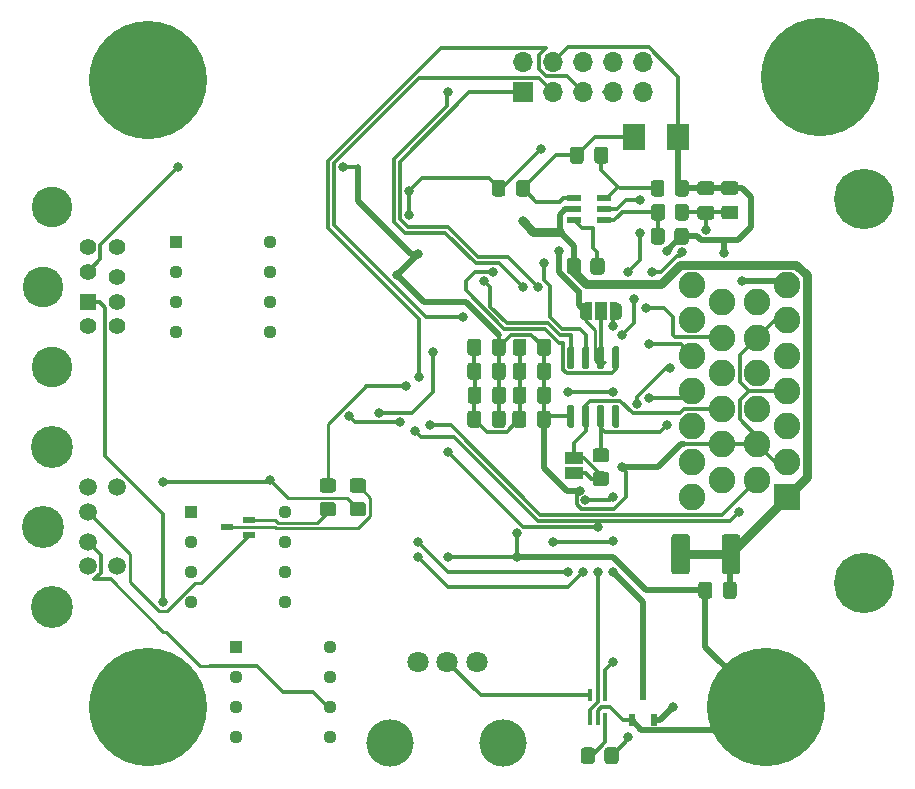
<source format=gbl>
%TF.GenerationSoftware,KiCad,Pcbnew,(5.1.10)-1*%
%TF.CreationDate,2022-05-04T21:28:41+02:00*%
%TF.ProjectId,telemetria tyl,74656c65-6d65-4747-9269-612074796c2e,rev?*%
%TF.SameCoordinates,Original*%
%TF.FileFunction,Copper,L2,Bot*%
%TF.FilePolarity,Positive*%
%FSLAX46Y46*%
G04 Gerber Fmt 4.6, Leading zero omitted, Abs format (unit mm)*
G04 Created by KiCad (PCBNEW (5.1.10)-1) date 2022-05-04 21:28:41*
%MOMM*%
%LPD*%
G01*
G04 APERTURE LIST*
%TA.AperFunction,ComponentPad*%
%ADD10C,1.800000*%
%TD*%
%TA.AperFunction,ComponentPad*%
%ADD11C,4.000000*%
%TD*%
%TA.AperFunction,ComponentPad*%
%ADD12C,1.509000*%
%TD*%
%TA.AperFunction,ComponentPad*%
%ADD13C,3.555000*%
%TD*%
%TA.AperFunction,ComponentPad*%
%ADD14C,0.900000*%
%TD*%
%TA.AperFunction,ComponentPad*%
%ADD15C,10.000000*%
%TD*%
%TA.AperFunction,ComponentPad*%
%ADD16R,2.250000X2.250000*%
%TD*%
%TA.AperFunction,ComponentPad*%
%ADD17C,2.250000*%
%TD*%
%TA.AperFunction,ComponentPad*%
%ADD18C,5.100000*%
%TD*%
%TA.AperFunction,SMDPad,CuDef*%
%ADD19C,0.100000*%
%TD*%
%TA.AperFunction,SMDPad,CuDef*%
%ADD20R,1.000000X1.500000*%
%TD*%
%TA.AperFunction,SMDPad,CuDef*%
%ADD21R,1.500000X1.000000*%
%TD*%
%TA.AperFunction,SMDPad,CuDef*%
%ADD22R,1.854500X2.286000*%
%TD*%
%TA.AperFunction,SMDPad,CuDef*%
%ADD23R,1.000000X0.550000*%
%TD*%
%TA.AperFunction,ComponentPad*%
%ADD24R,1.130000X1.130000*%
%TD*%
%TA.AperFunction,ComponentPad*%
%ADD25C,1.130000*%
%TD*%
%TA.AperFunction,ComponentPad*%
%ADD26R,1.700000X1.700000*%
%TD*%
%TA.AperFunction,ComponentPad*%
%ADD27O,1.700000X1.700000*%
%TD*%
%TA.AperFunction,ComponentPad*%
%ADD28R,1.390000X1.390000*%
%TD*%
%TA.AperFunction,ComponentPad*%
%ADD29C,1.390000*%
%TD*%
%TA.AperFunction,ComponentPad*%
%ADD30C,3.440000*%
%TD*%
%TA.AperFunction,SMDPad,CuDef*%
%ADD31R,1.200000X0.600000*%
%TD*%
%TA.AperFunction,SMDPad,CuDef*%
%ADD32R,0.400000X1.050000*%
%TD*%
%TA.AperFunction,SMDPad,CuDef*%
%ADD33R,0.600000X1.050000*%
%TD*%
%TA.AperFunction,ViaPad*%
%ADD34C,0.800000*%
%TD*%
%TA.AperFunction,Conductor*%
%ADD35C,0.300000*%
%TD*%
%TA.AperFunction,Conductor*%
%ADD36C,0.500000*%
%TD*%
%TA.AperFunction,Conductor*%
%ADD37C,0.250000*%
%TD*%
%TA.AperFunction,Conductor*%
%ADD38C,0.750000*%
%TD*%
G04 APERTURE END LIST*
D10*
%TO.P,RV1,3*%
%TO.N,+5V*%
X63420000Y-74930000D03*
%TO.P,RV1,2*%
%TO.N,Net-(IC4-Pad4)*%
X60920000Y-74930000D03*
%TO.P,RV1,1*%
%TO.N,GND*%
X58420000Y-74930000D03*
D11*
%TO.P,RV1,*%
%TO.N,*%
X65640000Y-81780000D03*
X56070000Y-81780000D03*
%TD*%
D12*
%TO.P,Mini_DIN_OUT1,1*%
%TO.N,V_OUT*%
X30480000Y-64770000D03*
%TO.P,Mini_DIN_OUT1,2*%
%TO.N,GND_SPK*%
X30480000Y-62170000D03*
%TO.P,Mini_DIN_OUT1,3*%
%TO.N,GND_MIC&ANC*%
X30480000Y-66820000D03*
%TO.P,Mini_DIN_OUT1,4*%
%TO.N,SPK+*%
X30480000Y-60120000D03*
%TO.P,Mini_DIN_OUT1,5*%
%TO.N,TX_DATA*%
X32970000Y-66820000D03*
%TO.P,Mini_DIN_OUT1,6*%
%TO.N,Net-(Mini_DIN_OUT1-Pad6)*%
X32970000Y-60120000D03*
D13*
%TO.P,Mini_DIN_OUT1,MH1*%
%TO.N,Net-(Mini_DIN_OUT1-PadMH1)*%
X27480000Y-70230000D03*
%TO.P,Mini_DIN_OUT1,MH2*%
%TO.N,Net-(Mini_DIN_OUT1-PadMH2)*%
X26670000Y-63470000D03*
%TO.P,Mini_DIN_OUT1,MH3*%
%TO.N,Net-(Mini_DIN_OUT1-PadMH3)*%
X27480000Y-56710000D03*
%TD*%
%TO.P,R6,2*%
%TO.N,Net-(PS1-Pad3)*%
%TA.AperFunction,SMDPad,CuDef*%
G36*
G01*
X79340000Y-38411999D02*
X79340000Y-39312001D01*
G75*
G02*
X79090001Y-39562000I-249999J0D01*
G01*
X78389999Y-39562000D01*
G75*
G02*
X78140000Y-39312001I0J249999D01*
G01*
X78140000Y-38411999D01*
G75*
G02*
X78389999Y-38162000I249999J0D01*
G01*
X79090001Y-38162000D01*
G75*
G02*
X79340000Y-38411999I0J-249999D01*
G01*
G37*
%TD.AperFunction*%
%TO.P,R6,1*%
%TO.N,+5V*%
%TA.AperFunction,SMDPad,CuDef*%
G36*
G01*
X81340000Y-38411999D02*
X81340000Y-39312001D01*
G75*
G02*
X81090001Y-39562000I-249999J0D01*
G01*
X80389999Y-39562000D01*
G75*
G02*
X80140000Y-39312001I0J249999D01*
G01*
X80140000Y-38411999D01*
G75*
G02*
X80389999Y-38162000I249999J0D01*
G01*
X81090001Y-38162000D01*
G75*
G02*
X81340000Y-38411999I0J-249999D01*
G01*
G37*
%TD.AperFunction*%
%TD*%
%TO.P,R5,2*%
%TO.N,GND*%
%TA.AperFunction,SMDPad,CuDef*%
G36*
G01*
X80172000Y-37280001D02*
X80172000Y-36379999D01*
G75*
G02*
X80421999Y-36130000I249999J0D01*
G01*
X81122001Y-36130000D01*
G75*
G02*
X81372000Y-36379999I0J-249999D01*
G01*
X81372000Y-37280001D01*
G75*
G02*
X81122001Y-37530000I-249999J0D01*
G01*
X80421999Y-37530000D01*
G75*
G02*
X80172000Y-37280001I0J249999D01*
G01*
G37*
%TD.AperFunction*%
%TO.P,R5,1*%
%TO.N,Net-(PS1-Pad3)*%
%TA.AperFunction,SMDPad,CuDef*%
G36*
G01*
X78172000Y-37280001D02*
X78172000Y-36379999D01*
G75*
G02*
X78421999Y-36130000I249999J0D01*
G01*
X79122001Y-36130000D01*
G75*
G02*
X79372000Y-36379999I0J-249999D01*
G01*
X79372000Y-37280001D01*
G75*
G02*
X79122001Y-37530000I-249999J0D01*
G01*
X78421999Y-37530000D01*
G75*
G02*
X78172000Y-37280001I0J249999D01*
G01*
G37*
%TD.AperFunction*%
%TD*%
%TO.P,R2,2*%
%TO.N,Net-(PS1-Pad4)*%
%TA.AperFunction,SMDPad,CuDef*%
G36*
G01*
X73028000Y-41852001D02*
X73028000Y-40951999D01*
G75*
G02*
X73277999Y-40702000I249999J0D01*
G01*
X73978001Y-40702000D01*
G75*
G02*
X74228000Y-40951999I0J-249999D01*
G01*
X74228000Y-41852001D01*
G75*
G02*
X73978001Y-42102000I-249999J0D01*
G01*
X73277999Y-42102000D01*
G75*
G02*
X73028000Y-41852001I0J249999D01*
G01*
G37*
%TD.AperFunction*%
%TO.P,R2,1*%
%TO.N,+12V*%
%TA.AperFunction,SMDPad,CuDef*%
G36*
G01*
X71028000Y-41852001D02*
X71028000Y-40951999D01*
G75*
G02*
X71277999Y-40702000I249999J0D01*
G01*
X71978001Y-40702000D01*
G75*
G02*
X72228000Y-40951999I0J-249999D01*
G01*
X72228000Y-41852001D01*
G75*
G02*
X71978001Y-42102000I-249999J0D01*
G01*
X71277999Y-42102000D01*
G75*
G02*
X71028000Y-41852001I0J249999D01*
G01*
G37*
%TD.AperFunction*%
%TD*%
%TO.P,D4,2*%
%TO.N,+5V*%
%TA.AperFunction,SMDPad,CuDef*%
G36*
G01*
X80206000Y-35248001D02*
X80206000Y-34347999D01*
G75*
G02*
X80455999Y-34098000I249999J0D01*
G01*
X81106001Y-34098000D01*
G75*
G02*
X81356000Y-34347999I0J-249999D01*
G01*
X81356000Y-35248001D01*
G75*
G02*
X81106001Y-35498000I-249999J0D01*
G01*
X80455999Y-35498000D01*
G75*
G02*
X80206000Y-35248001I0J249999D01*
G01*
G37*
%TD.AperFunction*%
%TO.P,D4,1*%
%TO.N,Net-(C3-Pad2)*%
%TA.AperFunction,SMDPad,CuDef*%
G36*
G01*
X78156000Y-35248001D02*
X78156000Y-34347999D01*
G75*
G02*
X78405999Y-34098000I249999J0D01*
G01*
X79056001Y-34098000D01*
G75*
G02*
X79306000Y-34347999I0J-249999D01*
G01*
X79306000Y-35248001D01*
G75*
G02*
X79056001Y-35498000I-249999J0D01*
G01*
X78405999Y-35498000D01*
G75*
G02*
X78156000Y-35248001I0J249999D01*
G01*
G37*
%TD.AperFunction*%
%TD*%
%TO.P,D2,2*%
%TO.N,GND*%
%TA.AperFunction,SMDPad,CuDef*%
G36*
G01*
X65835000Y-34347999D02*
X65835000Y-35248001D01*
G75*
G02*
X65585001Y-35498000I-249999J0D01*
G01*
X64934999Y-35498000D01*
G75*
G02*
X64685000Y-35248001I0J249999D01*
G01*
X64685000Y-34347999D01*
G75*
G02*
X64934999Y-34098000I249999J0D01*
G01*
X65585001Y-34098000D01*
G75*
G02*
X65835000Y-34347999I0J-249999D01*
G01*
G37*
%TD.AperFunction*%
%TO.P,D2,1*%
%TO.N,Net-(C3-Pad1)*%
%TA.AperFunction,SMDPad,CuDef*%
G36*
G01*
X67885000Y-34347999D02*
X67885000Y-35248001D01*
G75*
G02*
X67635001Y-35498000I-249999J0D01*
G01*
X66984999Y-35498000D01*
G75*
G02*
X66735000Y-35248001I0J249999D01*
G01*
X66735000Y-34347999D01*
G75*
G02*
X66984999Y-34098000I249999J0D01*
G01*
X67635001Y-34098000D01*
G75*
G02*
X67885000Y-34347999I0J-249999D01*
G01*
G37*
%TD.AperFunction*%
%TD*%
%TO.P,C6,2*%
%TO.N,GND*%
%TA.AperFunction,SMDPad,CuDef*%
G36*
G01*
X84361000Y-36264000D02*
X85311000Y-36264000D01*
G75*
G02*
X85561000Y-36514000I0J-250000D01*
G01*
X85561000Y-37189000D01*
G75*
G02*
X85311000Y-37439000I-250000J0D01*
G01*
X84361000Y-37439000D01*
G75*
G02*
X84111000Y-37189000I0J250000D01*
G01*
X84111000Y-36514000D01*
G75*
G02*
X84361000Y-36264000I250000J0D01*
G01*
G37*
%TD.AperFunction*%
%TO.P,C6,1*%
%TO.N,+5V*%
%TA.AperFunction,SMDPad,CuDef*%
G36*
G01*
X84361000Y-34189000D02*
X85311000Y-34189000D01*
G75*
G02*
X85561000Y-34439000I0J-250000D01*
G01*
X85561000Y-35114000D01*
G75*
G02*
X85311000Y-35364000I-250000J0D01*
G01*
X84361000Y-35364000D01*
G75*
G02*
X84111000Y-35114000I0J250000D01*
G01*
X84111000Y-34439000D01*
G75*
G02*
X84361000Y-34189000I250000J0D01*
G01*
G37*
%TD.AperFunction*%
%TD*%
%TO.P,C5,2*%
%TO.N,GND*%
%TA.AperFunction,SMDPad,CuDef*%
G36*
G01*
X82329000Y-36285500D02*
X83279000Y-36285500D01*
G75*
G02*
X83529000Y-36535500I0J-250000D01*
G01*
X83529000Y-37210500D01*
G75*
G02*
X83279000Y-37460500I-250000J0D01*
G01*
X82329000Y-37460500D01*
G75*
G02*
X82079000Y-37210500I0J250000D01*
G01*
X82079000Y-36535500D01*
G75*
G02*
X82329000Y-36285500I250000J0D01*
G01*
G37*
%TD.AperFunction*%
%TO.P,C5,1*%
%TO.N,+5V*%
%TA.AperFunction,SMDPad,CuDef*%
G36*
G01*
X82329000Y-34210500D02*
X83279000Y-34210500D01*
G75*
G02*
X83529000Y-34460500I0J-250000D01*
G01*
X83529000Y-35135500D01*
G75*
G02*
X83279000Y-35385500I-250000J0D01*
G01*
X82329000Y-35385500D01*
G75*
G02*
X82079000Y-35135500I0J250000D01*
G01*
X82079000Y-34460500D01*
G75*
G02*
X82329000Y-34210500I250000J0D01*
G01*
G37*
%TD.AperFunction*%
%TD*%
%TO.P,C3,2*%
%TO.N,Net-(C3-Pad2)*%
%TA.AperFunction,SMDPad,CuDef*%
G36*
G01*
X73369500Y-32479000D02*
X73369500Y-31529000D01*
G75*
G02*
X73619500Y-31279000I250000J0D01*
G01*
X74294500Y-31279000D01*
G75*
G02*
X74544500Y-31529000I0J-250000D01*
G01*
X74544500Y-32479000D01*
G75*
G02*
X74294500Y-32729000I-250000J0D01*
G01*
X73619500Y-32729000D01*
G75*
G02*
X73369500Y-32479000I0J250000D01*
G01*
G37*
%TD.AperFunction*%
%TO.P,C3,1*%
%TO.N,Net-(C3-Pad1)*%
%TA.AperFunction,SMDPad,CuDef*%
G36*
G01*
X71294500Y-32479000D02*
X71294500Y-31529000D01*
G75*
G02*
X71544500Y-31279000I250000J0D01*
G01*
X72219500Y-31279000D01*
G75*
G02*
X72469500Y-31529000I0J-250000D01*
G01*
X72469500Y-32479000D01*
G75*
G02*
X72219500Y-32729000I-250000J0D01*
G01*
X71544500Y-32729000D01*
G75*
G02*
X71294500Y-32479000I0J250000D01*
G01*
G37*
%TD.AperFunction*%
%TD*%
%TO.P,C13,2*%
%TO.N,GND*%
%TA.AperFunction,SMDPad,CuDef*%
G36*
G01*
X68522000Y-48735000D02*
X68522000Y-47785000D01*
G75*
G02*
X68772000Y-47535000I250000J0D01*
G01*
X69447000Y-47535000D01*
G75*
G02*
X69697000Y-47785000I0J-250000D01*
G01*
X69697000Y-48735000D01*
G75*
G02*
X69447000Y-48985000I-250000J0D01*
G01*
X68772000Y-48985000D01*
G75*
G02*
X68522000Y-48735000I0J250000D01*
G01*
G37*
%TD.AperFunction*%
%TO.P,C13,1*%
%TO.N,+3V3*%
%TA.AperFunction,SMDPad,CuDef*%
G36*
G01*
X66447000Y-48735000D02*
X66447000Y-47785000D01*
G75*
G02*
X66697000Y-47535000I250000J0D01*
G01*
X67372000Y-47535000D01*
G75*
G02*
X67622000Y-47785000I0J-250000D01*
G01*
X67622000Y-48735000D01*
G75*
G02*
X67372000Y-48985000I-250000J0D01*
G01*
X66697000Y-48985000D01*
G75*
G02*
X66447000Y-48735000I0J250000D01*
G01*
G37*
%TD.AperFunction*%
%TD*%
%TO.P,C14,1*%
%TO.N,+3V3*%
%TA.AperFunction,SMDPad,CuDef*%
G36*
G01*
X66447000Y-50767000D02*
X66447000Y-49817000D01*
G75*
G02*
X66697000Y-49567000I250000J0D01*
G01*
X67372000Y-49567000D01*
G75*
G02*
X67622000Y-49817000I0J-250000D01*
G01*
X67622000Y-50767000D01*
G75*
G02*
X67372000Y-51017000I-250000J0D01*
G01*
X66697000Y-51017000D01*
G75*
G02*
X66447000Y-50767000I0J250000D01*
G01*
G37*
%TD.AperFunction*%
%TO.P,C14,2*%
%TO.N,GND*%
%TA.AperFunction,SMDPad,CuDef*%
G36*
G01*
X68522000Y-50767000D02*
X68522000Y-49817000D01*
G75*
G02*
X68772000Y-49567000I250000J0D01*
G01*
X69447000Y-49567000D01*
G75*
G02*
X69697000Y-49817000I0J-250000D01*
G01*
X69697000Y-50767000D01*
G75*
G02*
X69447000Y-51017000I-250000J0D01*
G01*
X68772000Y-51017000D01*
G75*
G02*
X68522000Y-50767000I0J250000D01*
G01*
G37*
%TD.AperFunction*%
%TD*%
%TO.P,C12,2*%
%TO.N,GND*%
%TA.AperFunction,SMDPad,CuDef*%
G36*
G01*
X83348500Y-68359000D02*
X83348500Y-69309000D01*
G75*
G02*
X83098500Y-69559000I-250000J0D01*
G01*
X82423500Y-69559000D01*
G75*
G02*
X82173500Y-69309000I0J250000D01*
G01*
X82173500Y-68359000D01*
G75*
G02*
X82423500Y-68109000I250000J0D01*
G01*
X83098500Y-68109000D01*
G75*
G02*
X83348500Y-68359000I0J-250000D01*
G01*
G37*
%TD.AperFunction*%
%TO.P,C12,1*%
%TO.N,+12V*%
%TA.AperFunction,SMDPad,CuDef*%
G36*
G01*
X85423500Y-68359000D02*
X85423500Y-69309000D01*
G75*
G02*
X85173500Y-69559000I-250000J0D01*
G01*
X84498500Y-69559000D01*
G75*
G02*
X84248500Y-69309000I0J250000D01*
G01*
X84248500Y-68359000D01*
G75*
G02*
X84498500Y-68109000I250000J0D01*
G01*
X85173500Y-68109000D01*
G75*
G02*
X85423500Y-68359000I0J-250000D01*
G01*
G37*
%TD.AperFunction*%
%TD*%
%TO.P,C15,2*%
%TO.N,GND*%
%TA.AperFunction,SMDPad,CuDef*%
G36*
G01*
X68522000Y-52799000D02*
X68522000Y-51849000D01*
G75*
G02*
X68772000Y-51599000I250000J0D01*
G01*
X69447000Y-51599000D01*
G75*
G02*
X69697000Y-51849000I0J-250000D01*
G01*
X69697000Y-52799000D01*
G75*
G02*
X69447000Y-53049000I-250000J0D01*
G01*
X68772000Y-53049000D01*
G75*
G02*
X68522000Y-52799000I0J250000D01*
G01*
G37*
%TD.AperFunction*%
%TO.P,C15,1*%
%TO.N,+3V3*%
%TA.AperFunction,SMDPad,CuDef*%
G36*
G01*
X66447000Y-52799000D02*
X66447000Y-51849000D01*
G75*
G02*
X66697000Y-51599000I250000J0D01*
G01*
X67372000Y-51599000D01*
G75*
G02*
X67622000Y-51849000I0J-250000D01*
G01*
X67622000Y-52799000D01*
G75*
G02*
X67372000Y-53049000I-250000J0D01*
G01*
X66697000Y-53049000D01*
G75*
G02*
X66447000Y-52799000I0J250000D01*
G01*
G37*
%TD.AperFunction*%
%TD*%
%TO.P,C17,2*%
%TO.N,GND*%
%TA.AperFunction,SMDPad,CuDef*%
G36*
G01*
X64690500Y-48735000D02*
X64690500Y-47785000D01*
G75*
G02*
X64940500Y-47535000I250000J0D01*
G01*
X65615500Y-47535000D01*
G75*
G02*
X65865500Y-47785000I0J-250000D01*
G01*
X65865500Y-48735000D01*
G75*
G02*
X65615500Y-48985000I-250000J0D01*
G01*
X64940500Y-48985000D01*
G75*
G02*
X64690500Y-48735000I0J250000D01*
G01*
G37*
%TD.AperFunction*%
%TO.P,C17,1*%
%TO.N,+3V3*%
%TA.AperFunction,SMDPad,CuDef*%
G36*
G01*
X62615500Y-48735000D02*
X62615500Y-47785000D01*
G75*
G02*
X62865500Y-47535000I250000J0D01*
G01*
X63540500Y-47535000D01*
G75*
G02*
X63790500Y-47785000I0J-250000D01*
G01*
X63790500Y-48735000D01*
G75*
G02*
X63540500Y-48985000I-250000J0D01*
G01*
X62865500Y-48985000D01*
G75*
G02*
X62615500Y-48735000I0J250000D01*
G01*
G37*
%TD.AperFunction*%
%TD*%
D14*
%TO.P,H4,1*%
%TO.N,GND*%
X95107650Y-22748350D03*
X92456000Y-21650000D03*
X89804350Y-22748350D03*
X88706000Y-25400000D03*
X89804350Y-28051650D03*
X92456000Y-29150000D03*
X95107650Y-28051650D03*
X96206000Y-25400000D03*
D15*
X92456000Y-25400000D03*
%TD*%
%TO.P,C20,1*%
%TO.N,+3V3*%
%TA.AperFunction,SMDPad,CuDef*%
G36*
G01*
X62615500Y-54831000D02*
X62615500Y-53881000D01*
G75*
G02*
X62865500Y-53631000I250000J0D01*
G01*
X63540500Y-53631000D01*
G75*
G02*
X63790500Y-53881000I0J-250000D01*
G01*
X63790500Y-54831000D01*
G75*
G02*
X63540500Y-55081000I-250000J0D01*
G01*
X62865500Y-55081000D01*
G75*
G02*
X62615500Y-54831000I0J250000D01*
G01*
G37*
%TD.AperFunction*%
%TO.P,C20,2*%
%TO.N,GND*%
%TA.AperFunction,SMDPad,CuDef*%
G36*
G01*
X64690500Y-54831000D02*
X64690500Y-53881000D01*
G75*
G02*
X64940500Y-53631000I250000J0D01*
G01*
X65615500Y-53631000D01*
G75*
G02*
X65865500Y-53881000I0J-250000D01*
G01*
X65865500Y-54831000D01*
G75*
G02*
X65615500Y-55081000I-250000J0D01*
G01*
X64940500Y-55081000D01*
G75*
G02*
X64690500Y-54831000I0J250000D01*
G01*
G37*
%TD.AperFunction*%
%TD*%
D14*
%TO.P,H2,1*%
%TO.N,GND*%
X38211650Y-23002350D03*
X35560000Y-21904000D03*
X32908350Y-23002350D03*
X31810000Y-25654000D03*
X32908350Y-28305650D03*
X35560000Y-29404000D03*
X38211650Y-28305650D03*
X39310000Y-25654000D03*
D15*
X35560000Y-25654000D03*
%TD*%
%TO.P,R4,2*%
%TO.N,CAN_L1*%
%TA.AperFunction,SMDPad,CuDef*%
G36*
G01*
X74364001Y-58004000D02*
X73463999Y-58004000D01*
G75*
G02*
X73214000Y-57754001I0J249999D01*
G01*
X73214000Y-57053999D01*
G75*
G02*
X73463999Y-56804000I249999J0D01*
G01*
X74364001Y-56804000D01*
G75*
G02*
X74614000Y-57053999I0J-249999D01*
G01*
X74614000Y-57754001D01*
G75*
G02*
X74364001Y-58004000I-249999J0D01*
G01*
G37*
%TD.AperFunction*%
%TO.P,R4,1*%
%TO.N,CAN_H1*%
%TA.AperFunction,SMDPad,CuDef*%
G36*
G01*
X74364001Y-60004000D02*
X73463999Y-60004000D01*
G75*
G02*
X73214000Y-59754001I0J249999D01*
G01*
X73214000Y-59053999D01*
G75*
G02*
X73463999Y-58804000I249999J0D01*
G01*
X74364001Y-58804000D01*
G75*
G02*
X74614000Y-59053999I0J-249999D01*
G01*
X74614000Y-59754001D01*
G75*
G02*
X74364001Y-60004000I-249999J0D01*
G01*
G37*
%TD.AperFunction*%
%TD*%
%TO.P,C18,1*%
%TO.N,+3V3*%
%TA.AperFunction,SMDPad,CuDef*%
G36*
G01*
X62615500Y-50767000D02*
X62615500Y-49817000D01*
G75*
G02*
X62865500Y-49567000I250000J0D01*
G01*
X63540500Y-49567000D01*
G75*
G02*
X63790500Y-49817000I0J-250000D01*
G01*
X63790500Y-50767000D01*
G75*
G02*
X63540500Y-51017000I-250000J0D01*
G01*
X62865500Y-51017000D01*
G75*
G02*
X62615500Y-50767000I0J250000D01*
G01*
G37*
%TD.AperFunction*%
%TO.P,C18,2*%
%TO.N,GND*%
%TA.AperFunction,SMDPad,CuDef*%
G36*
G01*
X64690500Y-50767000D02*
X64690500Y-49817000D01*
G75*
G02*
X64940500Y-49567000I250000J0D01*
G01*
X65615500Y-49567000D01*
G75*
G02*
X65865500Y-49817000I0J-250000D01*
G01*
X65865500Y-50767000D01*
G75*
G02*
X65615500Y-51017000I-250000J0D01*
G01*
X64940500Y-51017000D01*
G75*
G02*
X64690500Y-50767000I0J250000D01*
G01*
G37*
%TD.AperFunction*%
%TD*%
%TO.P,H1,1*%
%TO.N,GND*%
X35560000Y-78740000D03*
D14*
X39310000Y-78740000D03*
X38211650Y-81391650D03*
X35560000Y-82490000D03*
X32908350Y-81391650D03*
X31810000Y-78740000D03*
X32908350Y-76088350D03*
X35560000Y-74990000D03*
X38211650Y-76088350D03*
%TD*%
%TO.P,C16,2*%
%TO.N,GND*%
%TA.AperFunction,SMDPad,CuDef*%
G36*
G01*
X68500500Y-54831000D02*
X68500500Y-53881000D01*
G75*
G02*
X68750500Y-53631000I250000J0D01*
G01*
X69425500Y-53631000D01*
G75*
G02*
X69675500Y-53881000I0J-250000D01*
G01*
X69675500Y-54831000D01*
G75*
G02*
X69425500Y-55081000I-250000J0D01*
G01*
X68750500Y-55081000D01*
G75*
G02*
X68500500Y-54831000I0J250000D01*
G01*
G37*
%TD.AperFunction*%
%TO.P,C16,1*%
%TO.N,+3V3*%
%TA.AperFunction,SMDPad,CuDef*%
G36*
G01*
X66425500Y-54831000D02*
X66425500Y-53881000D01*
G75*
G02*
X66675500Y-53631000I250000J0D01*
G01*
X67350500Y-53631000D01*
G75*
G02*
X67600500Y-53881000I0J-250000D01*
G01*
X67600500Y-54831000D01*
G75*
G02*
X67350500Y-55081000I-250000J0D01*
G01*
X66675500Y-55081000D01*
G75*
G02*
X66425500Y-54831000I0J250000D01*
G01*
G37*
%TD.AperFunction*%
%TD*%
%TO.P,C19,2*%
%TO.N,GND*%
%TA.AperFunction,SMDPad,CuDef*%
G36*
G01*
X64712000Y-52799000D02*
X64712000Y-51849000D01*
G75*
G02*
X64962000Y-51599000I250000J0D01*
G01*
X65637000Y-51599000D01*
G75*
G02*
X65887000Y-51849000I0J-250000D01*
G01*
X65887000Y-52799000D01*
G75*
G02*
X65637000Y-53049000I-250000J0D01*
G01*
X64962000Y-53049000D01*
G75*
G02*
X64712000Y-52799000I0J250000D01*
G01*
G37*
%TD.AperFunction*%
%TO.P,C19,1*%
%TO.N,+3V3*%
%TA.AperFunction,SMDPad,CuDef*%
G36*
G01*
X62637000Y-52799000D02*
X62637000Y-51849000D01*
G75*
G02*
X62887000Y-51599000I250000J0D01*
G01*
X63562000Y-51599000D01*
G75*
G02*
X63812000Y-51849000I0J-250000D01*
G01*
X63812000Y-52799000D01*
G75*
G02*
X63562000Y-53049000I-250000J0D01*
G01*
X62887000Y-53049000D01*
G75*
G02*
X62637000Y-52799000I0J250000D01*
G01*
G37*
%TD.AperFunction*%
%TD*%
%TO.P,FB1,1*%
%TO.N,+12V*%
%TA.AperFunction,SMDPad,CuDef*%
G36*
G01*
X85729000Y-64335999D02*
X85729000Y-67236001D01*
G75*
G02*
X85479001Y-67486000I-249999J0D01*
G01*
X84403999Y-67486000D01*
G75*
G02*
X84154000Y-67236001I0J249999D01*
G01*
X84154000Y-64335999D01*
G75*
G02*
X84403999Y-64086000I249999J0D01*
G01*
X85479001Y-64086000D01*
G75*
G02*
X85729000Y-64335999I0J-249999D01*
G01*
G37*
%TD.AperFunction*%
%TO.P,FB1,2*%
%TA.AperFunction,SMDPad,CuDef*%
G36*
G01*
X81454000Y-64335999D02*
X81454000Y-67236001D01*
G75*
G02*
X81204001Y-67486000I-249999J0D01*
G01*
X80128999Y-67486000D01*
G75*
G02*
X79879000Y-67236001I0J249999D01*
G01*
X79879000Y-64335999D01*
G75*
G02*
X80128999Y-64086000I249999J0D01*
G01*
X81204001Y-64086000D01*
G75*
G02*
X81454000Y-64335999I0J-249999D01*
G01*
G37*
%TD.AperFunction*%
%TD*%
D15*
%TO.P,H3,1*%
%TO.N,GND*%
X87884000Y-78740000D03*
D14*
X91634000Y-78740000D03*
X90535650Y-81391650D03*
X87884000Y-82490000D03*
X85232350Y-81391650D03*
X84134000Y-78740000D03*
X85232350Y-76088350D03*
X87884000Y-74990000D03*
X90535650Y-76088350D03*
%TD*%
D16*
%TO.P,J1,1*%
%TO.N,+12V*%
X89662000Y-60960000D03*
D17*
%TO.P,J1,2*%
%TO.N,GND*%
X89662000Y-57960000D03*
%TO.P,J1,3*%
%TO.N,Net-(J1-Pad3)*%
X89662000Y-54960000D03*
%TO.P,J1,4*%
%TO.N,GND*%
X89662000Y-51960000D03*
%TO.P,J1,5*%
%TO.N,+3V3*%
X89662000Y-48960000D03*
%TO.P,J1,6*%
%TO.N,GND*%
X89662000Y-45960000D03*
%TO.P,J1,7*%
%TO.N,+5V*%
X89662000Y-42960000D03*
%TO.P,J1,8*%
%TO.N,+3V3*%
X87162000Y-44460000D03*
%TO.P,J1,9*%
%TO.N,GND*%
X87162000Y-47460000D03*
%TO.P,J1,10*%
%TO.N,ADC1_IN0_AMORKI*%
X87162000Y-50460000D03*
%TO.P,J1,11*%
%TO.N,+3V3*%
X87162000Y-53460000D03*
%TO.P,J1,12*%
%TO.N,GND*%
X87162000Y-56460000D03*
%TO.P,J1,13*%
%TO.N,ADC2_IN1_AMORKI*%
X87162000Y-59460000D03*
%TO.P,J1,14*%
%TO.N,+3V3*%
X84162000Y-59460000D03*
%TO.P,J1,15*%
%TO.N,GND*%
X84162000Y-56460000D03*
%TO.P,J1,16*%
%TO.N,CAN_H1*%
X84162000Y-53460000D03*
%TO.P,J1,17*%
%TO.N,CAN_L1*%
X84162000Y-50460000D03*
%TO.P,J1,18*%
%TO.N,12C1_SCL*%
X84162000Y-47460000D03*
%TO.P,J1,19*%
%TO.N,I2C1_SDA*%
X84162000Y-44460000D03*
%TO.P,J1,20*%
%TO.N,I2C2_SCL*%
X81662000Y-42960000D03*
%TO.P,J1,21*%
%TO.N,12C2_SDA*%
X81662000Y-45960000D03*
%TO.P,J1,22*%
%TO.N,VSS_IN_1*%
X81662000Y-48960000D03*
%TO.P,J1,23*%
%TO.N,VSS_IN_2*%
X81662000Y-51960000D03*
%TO.P,J1,24*%
%TO.N,BREAK_PRESSURE_0*%
X81662000Y-54960000D03*
%TO.P,J1,25*%
%TO.N,BREAK_PRESSURE_ADC*%
X81662000Y-57960000D03*
%TO.P,J1,26*%
%TO.N,LED_GND*%
X81662000Y-60960000D03*
D18*
%TO.P,J1,MH1*%
%TO.N,N/C*%
X96162000Y-68210000D03*
%TO.P,J1,MH2*%
X96162000Y-35710000D03*
%TD*%
%TA.AperFunction,SMDPad,CuDef*%
D19*
%TO.P,JP1,1*%
%TO.N,+3V3*%
G36*
X74664000Y-44462000D02*
G01*
X75214000Y-44462000D01*
X75214000Y-44462602D01*
X75238534Y-44462602D01*
X75287365Y-44467412D01*
X75335490Y-44476984D01*
X75382445Y-44491228D01*
X75427778Y-44510005D01*
X75471051Y-44533136D01*
X75511850Y-44560396D01*
X75549779Y-44591524D01*
X75584476Y-44626221D01*
X75615604Y-44664150D01*
X75642864Y-44704949D01*
X75665995Y-44748222D01*
X75684772Y-44793555D01*
X75699016Y-44840510D01*
X75708588Y-44888635D01*
X75713398Y-44937466D01*
X75713398Y-44962000D01*
X75714000Y-44962000D01*
X75714000Y-45462000D01*
X75713398Y-45462000D01*
X75713398Y-45486534D01*
X75708588Y-45535365D01*
X75699016Y-45583490D01*
X75684772Y-45630445D01*
X75665995Y-45675778D01*
X75642864Y-45719051D01*
X75615604Y-45759850D01*
X75584476Y-45797779D01*
X75549779Y-45832476D01*
X75511850Y-45863604D01*
X75471051Y-45890864D01*
X75427778Y-45913995D01*
X75382445Y-45932772D01*
X75335490Y-45947016D01*
X75287365Y-45956588D01*
X75238534Y-45961398D01*
X75214000Y-45961398D01*
X75214000Y-45962000D01*
X74664000Y-45962000D01*
X74664000Y-44462000D01*
G37*
%TD.AperFunction*%
%TA.AperFunction,SMDPad,CuDef*%
%TO.P,JP1,3*%
%TO.N,+5V*%
G36*
X72614000Y-45961398D02*
G01*
X72589466Y-45961398D01*
X72540635Y-45956588D01*
X72492510Y-45947016D01*
X72445555Y-45932772D01*
X72400222Y-45913995D01*
X72356949Y-45890864D01*
X72316150Y-45863604D01*
X72278221Y-45832476D01*
X72243524Y-45797779D01*
X72212396Y-45759850D01*
X72185136Y-45719051D01*
X72162005Y-45675778D01*
X72143228Y-45630445D01*
X72128984Y-45583490D01*
X72119412Y-45535365D01*
X72114602Y-45486534D01*
X72114602Y-45462000D01*
X72114000Y-45462000D01*
X72114000Y-44962000D01*
X72114602Y-44962000D01*
X72114602Y-44937466D01*
X72119412Y-44888635D01*
X72128984Y-44840510D01*
X72143228Y-44793555D01*
X72162005Y-44748222D01*
X72185136Y-44704949D01*
X72212396Y-44664150D01*
X72243524Y-44626221D01*
X72278221Y-44591524D01*
X72316150Y-44560396D01*
X72356949Y-44533136D01*
X72400222Y-44510005D01*
X72445555Y-44491228D01*
X72492510Y-44476984D01*
X72540635Y-44467412D01*
X72589466Y-44462602D01*
X72614000Y-44462602D01*
X72614000Y-44462000D01*
X73164000Y-44462000D01*
X73164000Y-45962000D01*
X72614000Y-45962000D01*
X72614000Y-45961398D01*
G37*
%TD.AperFunction*%
D20*
%TO.P,JP1,2*%
%TO.N,Net-(JP1-Pad2)*%
X73914000Y-45212000D03*
%TD*%
D21*
%TO.P,JP2,2*%
%TO.N,CAN_H1*%
X71628000Y-57628000D03*
%TO.P,JP2,1*%
%TO.N,Net-(JP2-Pad1)*%
X71628000Y-58928000D03*
%TD*%
D22*
%TO.P,L1,2*%
%TO.N,+5V*%
X80492500Y-30480000D03*
%TO.P,L1,1*%
%TO.N,Net-(C3-Pad1)*%
X76708000Y-30480000D03*
%TD*%
%TO.P,U2,1*%
%TO.N,CAN1_TX*%
%TA.AperFunction,SMDPad,CuDef*%
G36*
G01*
X71224000Y-48177000D02*
X71524000Y-48177000D01*
G75*
G02*
X71674000Y-48327000I0J-150000D01*
G01*
X71674000Y-49977000D01*
G75*
G02*
X71524000Y-50127000I-150000J0D01*
G01*
X71224000Y-50127000D01*
G75*
G02*
X71074000Y-49977000I0J150000D01*
G01*
X71074000Y-48327000D01*
G75*
G02*
X71224000Y-48177000I150000J0D01*
G01*
G37*
%TD.AperFunction*%
%TO.P,U2,2*%
%TO.N,GND*%
%TA.AperFunction,SMDPad,CuDef*%
G36*
G01*
X72494000Y-48177000D02*
X72794000Y-48177000D01*
G75*
G02*
X72944000Y-48327000I0J-150000D01*
G01*
X72944000Y-49977000D01*
G75*
G02*
X72794000Y-50127000I-150000J0D01*
G01*
X72494000Y-50127000D01*
G75*
G02*
X72344000Y-49977000I0J150000D01*
G01*
X72344000Y-48327000D01*
G75*
G02*
X72494000Y-48177000I150000J0D01*
G01*
G37*
%TD.AperFunction*%
%TO.P,U2,3*%
%TO.N,+5V*%
%TA.AperFunction,SMDPad,CuDef*%
G36*
G01*
X73764000Y-48177000D02*
X74064000Y-48177000D01*
G75*
G02*
X74214000Y-48327000I0J-150000D01*
G01*
X74214000Y-49977000D01*
G75*
G02*
X74064000Y-50127000I-150000J0D01*
G01*
X73764000Y-50127000D01*
G75*
G02*
X73614000Y-49977000I0J150000D01*
G01*
X73614000Y-48327000D01*
G75*
G02*
X73764000Y-48177000I150000J0D01*
G01*
G37*
%TD.AperFunction*%
%TO.P,U2,4*%
%TO.N,CAN1_RX*%
%TA.AperFunction,SMDPad,CuDef*%
G36*
G01*
X75034000Y-48177000D02*
X75334000Y-48177000D01*
G75*
G02*
X75484000Y-48327000I0J-150000D01*
G01*
X75484000Y-49977000D01*
G75*
G02*
X75334000Y-50127000I-150000J0D01*
G01*
X75034000Y-50127000D01*
G75*
G02*
X74884000Y-49977000I0J150000D01*
G01*
X74884000Y-48327000D01*
G75*
G02*
X75034000Y-48177000I150000J0D01*
G01*
G37*
%TD.AperFunction*%
%TO.P,U2,5*%
%TO.N,Net-(U2-Pad5)*%
%TA.AperFunction,SMDPad,CuDef*%
G36*
G01*
X75034000Y-53127000D02*
X75334000Y-53127000D01*
G75*
G02*
X75484000Y-53277000I0J-150000D01*
G01*
X75484000Y-54927000D01*
G75*
G02*
X75334000Y-55077000I-150000J0D01*
G01*
X75034000Y-55077000D01*
G75*
G02*
X74884000Y-54927000I0J150000D01*
G01*
X74884000Y-53277000D01*
G75*
G02*
X75034000Y-53127000I150000J0D01*
G01*
G37*
%TD.AperFunction*%
%TO.P,U2,6*%
%TO.N,CAN_L1*%
%TA.AperFunction,SMDPad,CuDef*%
G36*
G01*
X73764000Y-53127000D02*
X74064000Y-53127000D01*
G75*
G02*
X74214000Y-53277000I0J-150000D01*
G01*
X74214000Y-54927000D01*
G75*
G02*
X74064000Y-55077000I-150000J0D01*
G01*
X73764000Y-55077000D01*
G75*
G02*
X73614000Y-54927000I0J150000D01*
G01*
X73614000Y-53277000D01*
G75*
G02*
X73764000Y-53127000I150000J0D01*
G01*
G37*
%TD.AperFunction*%
%TO.P,U2,7*%
%TO.N,CAN_H1*%
%TA.AperFunction,SMDPad,CuDef*%
G36*
G01*
X72494000Y-53127000D02*
X72794000Y-53127000D01*
G75*
G02*
X72944000Y-53277000I0J-150000D01*
G01*
X72944000Y-54927000D01*
G75*
G02*
X72794000Y-55077000I-150000J0D01*
G01*
X72494000Y-55077000D01*
G75*
G02*
X72344000Y-54927000I0J150000D01*
G01*
X72344000Y-53277000D01*
G75*
G02*
X72494000Y-53127000I150000J0D01*
G01*
G37*
%TD.AperFunction*%
%TO.P,U2,8*%
%TO.N,GND*%
%TA.AperFunction,SMDPad,CuDef*%
G36*
G01*
X71224000Y-53127000D02*
X71524000Y-53127000D01*
G75*
G02*
X71674000Y-53277000I0J-150000D01*
G01*
X71674000Y-54927000D01*
G75*
G02*
X71524000Y-55077000I-150000J0D01*
G01*
X71224000Y-55077000D01*
G75*
G02*
X71074000Y-54927000I0J150000D01*
G01*
X71074000Y-53277000D01*
G75*
G02*
X71224000Y-53127000I150000J0D01*
G01*
G37*
%TD.AperFunction*%
%TD*%
D23*
%TO.P,BJT1,1*%
%TO.N,Net-(BJT1-Pad1)*%
X44130000Y-62850000D03*
%TO.P,BJT1,2*%
%TO.N,GND_SPK*%
X44130000Y-64150000D03*
%TO.P,BJT1,3*%
%TO.N,Net-(BJT1-Pad3)*%
X42230000Y-63500000D03*
%TD*%
D24*
%TO.P,IC1,1*%
%TO.N,Net-(IC1-Pad1)*%
X43020000Y-73660000D03*
D25*
%TO.P,IC1,2*%
%TO.N,Net-(2channel_pot1-Pad2)*%
X43020000Y-76200000D03*
%TO.P,IC1,3*%
%TO.N,Net-(IC1-Pad3)*%
X43020000Y-78740000D03*
%TO.P,IC1,4*%
%TO.N,Net-(IC1-Pad4)*%
X43020000Y-81280000D03*
%TO.P,IC1,5*%
%TO.N,Net-(IC1-Pad5)*%
X50960000Y-81280000D03*
%TO.P,IC1,6*%
%TO.N,V_OUT*%
X50960000Y-78740000D03*
%TO.P,IC1,7*%
%TO.N,Net-(IC1-Pad7)*%
X50960000Y-76200000D03*
%TO.P,IC1,8*%
%TO.N,Net-(IC1-Pad8)*%
X50960000Y-73660000D03*
%TD*%
D24*
%TO.P,IC2,1*%
%TO.N,Net-(IC2-Pad1)*%
X37940000Y-39370000D03*
D25*
%TO.P,IC2,2*%
%TO.N,Net-(IC2-Pad2)*%
X37940000Y-41910000D03*
%TO.P,IC2,3*%
%TO.N,Net-(C22-Pad1)*%
X37940000Y-44450000D03*
%TO.P,IC2,4*%
%TO.N,Net-(IC2-Pad4)*%
X37940000Y-46990000D03*
%TO.P,IC2,5*%
%TO.N,Net-(IC2-Pad5)*%
X45880000Y-46990000D03*
%TO.P,IC2,6*%
%TO.N,Net-(IC2-Pad6)*%
X45880000Y-44450000D03*
%TO.P,IC2,7*%
%TO.N,Net-(IC2-Pad7)*%
X45880000Y-41910000D03*
%TO.P,IC2,8*%
%TO.N,Net-(IC2-Pad8)*%
X45880000Y-39370000D03*
%TD*%
%TO.P,IC3,8*%
%TO.N,Net-(IC3-Pad8)*%
X47150000Y-62230000D03*
%TO.P,IC3,7*%
%TO.N,Net-(IC3-Pad7)*%
X47150000Y-64770000D03*
%TO.P,IC3,6*%
%TO.N,Net-(2channel_pot1-Pad1)*%
X47150000Y-67310000D03*
%TO.P,IC3,5*%
%TO.N,Net-(IC3-Pad5)*%
X47150000Y-69850000D03*
%TO.P,IC3,4*%
%TO.N,Net-(IC3-Pad4)*%
X39210000Y-69850000D03*
%TO.P,IC3,3*%
%TO.N,Net-(C11-Pad1)*%
X39210000Y-67310000D03*
%TO.P,IC3,2*%
%TO.N,Net-(IC3-Pad2)*%
X39210000Y-64770000D03*
D24*
%TO.P,IC3,1*%
%TO.N,Net-(IC3-Pad1)*%
X39210000Y-62230000D03*
%TD*%
D26*
%TO.P,J2,1*%
%TO.N,SWCLK*%
X67310000Y-26670000D03*
D27*
%TO.P,J2,2*%
%TO.N,+3V3*%
X67310000Y-24130000D03*
%TO.P,J2,3*%
%TO.N,SWDIO*%
X69850000Y-26670000D03*
%TO.P,J2,4*%
%TO.N,+5V*%
X69850000Y-24130000D03*
%TO.P,J2,5*%
%TO.N,NRST*%
X72390000Y-26670000D03*
%TO.P,J2,6*%
%TO.N,GND*%
X72390000Y-24130000D03*
%TO.P,J2,7*%
%TO.N,SWO*%
X74930000Y-26670000D03*
%TO.P,J2,8*%
%TO.N,GND*%
X74930000Y-24130000D03*
%TO.P,J2,9*%
%TO.N,Net-(J2-Pad9)*%
X77470000Y-26670000D03*
%TO.P,J2,10*%
%TO.N,GND*%
X77470000Y-24130000D03*
%TD*%
D28*
%TO.P,Mini_DIN_IN1,1*%
%TO.N,V_MIC*%
X30480000Y-44450000D03*
D29*
%TO.P,Mini_DIN_IN1,2*%
%TO.N,V_ANC*%
X30480000Y-41850000D03*
%TO.P,Mini_DIN_IN1,3*%
%TO.N,GND_MIC&ANC*%
X30480000Y-46500000D03*
%TO.P,Mini_DIN_IN1,4*%
%TO.N,GND_SPK*%
X32970000Y-44450000D03*
%TO.P,Mini_DIN_IN1,5*%
%TO.N,SPK+*%
X30480000Y-39800000D03*
%TO.P,Mini_DIN_IN1,6*%
%TO.N,TX_DATA*%
X32970000Y-46500000D03*
%TO.P,Mini_DIN_IN1,7*%
%TO.N,Net-(Mini_DIN_IN1-Pad7)*%
X32970000Y-42340000D03*
%TO.P,Mini_DIN_IN1,8*%
%TO.N,Net-(Mini_DIN_IN1-Pad8)*%
X32970000Y-39800000D03*
D30*
%TO.P,Mini_DIN_IN1,MH1*%
%TO.N,Net-(Mini_DIN_IN1-PadMH1)*%
X27480000Y-36390000D03*
%TO.P,Mini_DIN_IN1,MH2*%
%TO.N,Net-(Mini_DIN_IN1-PadMH2)*%
X26670000Y-43150000D03*
%TO.P,Mini_DIN_IN1,MH3*%
%TO.N,Net-(Mini_DIN_IN1-PadMH3)*%
X27480000Y-49910000D03*
%TD*%
D31*
%TO.P,PS1,6*%
%TO.N,Net-(C3-Pad1)*%
X71648000Y-35626000D03*
%TO.P,PS1,5*%
%TO.N,+12V*%
X71648000Y-36576000D03*
%TO.P,PS1,4*%
%TO.N,Net-(PS1-Pad4)*%
X71648000Y-37526000D03*
%TO.P,PS1,3*%
%TO.N,Net-(PS1-Pad3)*%
X74148000Y-37526000D03*
%TO.P,PS1,2*%
%TO.N,GND*%
X74148000Y-36576000D03*
%TO.P,PS1,1*%
%TO.N,Net-(C3-Pad2)*%
X74148000Y-35626000D03*
%TD*%
D32*
%TO.P,IC4,1*%
%TO.N,Net-(IC4-Pad1)*%
X74310000Y-79740000D03*
%TO.P,IC4,2*%
%TO.N,GND*%
X73660000Y-79740000D03*
%TO.P,IC4,3*%
%TO.N,BREAK_PRESSURE_0*%
X73010000Y-79740000D03*
%TO.P,IC4,4*%
%TO.N,Net-(IC4-Pad4)*%
X73010000Y-77740000D03*
%TO.P,IC4,5*%
%TO.N,+5V*%
X74310000Y-77740000D03*
%TD*%
%TO.P,R20,1*%
%TO.N,Net-(IC4-Pad1)*%
%TA.AperFunction,SMDPad,CuDef*%
G36*
G01*
X72225001Y-83295000D02*
X72225001Y-82394998D01*
G75*
G02*
X72475000Y-82144999I249999J0D01*
G01*
X73175002Y-82144999D01*
G75*
G02*
X73425001Y-82394998I0J-249999D01*
G01*
X73425001Y-83295000D01*
G75*
G02*
X73175002Y-83544999I-249999J0D01*
G01*
X72475000Y-83544999D01*
G75*
G02*
X72225001Y-83295000I0J249999D01*
G01*
G37*
%TD.AperFunction*%
%TO.P,R20,2*%
%TO.N,Net-(Q1-Pad1)*%
%TA.AperFunction,SMDPad,CuDef*%
G36*
G01*
X74225001Y-83295000D02*
X74225001Y-82394998D01*
G75*
G02*
X74475000Y-82144999I249999J0D01*
G01*
X75175002Y-82144999D01*
G75*
G02*
X75425001Y-82394998I0J-249999D01*
G01*
X75425001Y-83295000D01*
G75*
G02*
X75175002Y-83544999I-249999J0D01*
G01*
X74475000Y-83544999D01*
G75*
G02*
X74225001Y-83295000I0J249999D01*
G01*
G37*
%TD.AperFunction*%
%TD*%
%TO.P,R21,2*%
%TO.N,PTT*%
%TA.AperFunction,SMDPad,CuDef*%
G36*
G01*
X51250001Y-60560000D02*
X50349999Y-60560000D01*
G75*
G02*
X50100000Y-60310001I0J249999D01*
G01*
X50100000Y-59609999D01*
G75*
G02*
X50349999Y-59360000I249999J0D01*
G01*
X51250001Y-59360000D01*
G75*
G02*
X51500000Y-59609999I0J-249999D01*
G01*
X51500000Y-60310001D01*
G75*
G02*
X51250001Y-60560000I-249999J0D01*
G01*
G37*
%TD.AperFunction*%
%TO.P,R21,1*%
%TO.N,Net-(BJT1-Pad1)*%
%TA.AperFunction,SMDPad,CuDef*%
G36*
G01*
X51250001Y-62560000D02*
X50349999Y-62560000D01*
G75*
G02*
X50100000Y-62310001I0J249999D01*
G01*
X50100000Y-61609999D01*
G75*
G02*
X50349999Y-61360000I249999J0D01*
G01*
X51250001Y-61360000D01*
G75*
G02*
X51500000Y-61609999I0J-249999D01*
G01*
X51500000Y-62310001D01*
G75*
G02*
X51250001Y-62560000I-249999J0D01*
G01*
G37*
%TD.AperFunction*%
%TD*%
%TO.P,R22,1*%
%TO.N,GND_MIC&ANC*%
%TA.AperFunction,SMDPad,CuDef*%
G36*
G01*
X53790001Y-62560000D02*
X52889999Y-62560000D01*
G75*
G02*
X52640000Y-62310001I0J249999D01*
G01*
X52640000Y-61609999D01*
G75*
G02*
X52889999Y-61360000I249999J0D01*
G01*
X53790001Y-61360000D01*
G75*
G02*
X54040000Y-61609999I0J-249999D01*
G01*
X54040000Y-62310001D01*
G75*
G02*
X53790001Y-62560000I-249999J0D01*
G01*
G37*
%TD.AperFunction*%
%TO.P,R22,2*%
%TO.N,Net-(BJT1-Pad3)*%
%TA.AperFunction,SMDPad,CuDef*%
G36*
G01*
X53790001Y-60560000D02*
X52889999Y-60560000D01*
G75*
G02*
X52640000Y-60310001I0J249999D01*
G01*
X52640000Y-59609999D01*
G75*
G02*
X52889999Y-59360000I249999J0D01*
G01*
X53790001Y-59360000D01*
G75*
G02*
X54040000Y-59609999I0J-249999D01*
G01*
X54040000Y-60310001D01*
G75*
G02*
X53790001Y-60560000I-249999J0D01*
G01*
G37*
%TD.AperFunction*%
%TD*%
D33*
%TO.P,Q1,1*%
%TO.N,Net-(Q1-Pad1)*%
X78420000Y-79840000D03*
%TO.P,Q1,2*%
%TO.N,GND*%
X76520000Y-79840000D03*
%TO.P,Q1,3*%
%TO.N,LED_GND*%
X77470000Y-77640000D03*
%TD*%
D34*
%TO.N,GND*%
X77216000Y-35814000D03*
X57658000Y-35052000D03*
X82804000Y-38354000D03*
X72136000Y-60452000D03*
X76200000Y-41910000D03*
X77216000Y-38608000D03*
X58420000Y-40386000D03*
X56642000Y-42164000D03*
X57658000Y-37084000D03*
X75669669Y-58397669D03*
X66802000Y-63962000D03*
X66802000Y-66040000D03*
X69088000Y-41148000D03*
X68834000Y-31496000D03*
X60960000Y-66040000D03*
X52070000Y-33020000D03*
%TO.N,+3.3VA*%
X56896000Y-54610000D03*
X52578000Y-54102000D03*
%TO.N,VSS_IN_1*%
X77990000Y-48006000D03*
%TO.N,VSS_IN_2*%
X77978000Y-52578000D03*
%TO.N,Net-(2.2uF2-Pad2)*%
X76708000Y-44196000D03*
X75692000Y-47244000D03*
%TO.N,+3V3*%
X74930000Y-46482000D03*
X80772000Y-40200990D03*
X78232000Y-41910000D03*
%TO.N,RCC_OSC_IN*%
X55118000Y-53848000D03*
X59690000Y-48624740D03*
%TO.N,+5V*%
X70358000Y-40132000D03*
X79502000Y-40132000D03*
X85852000Y-42672000D03*
X84328000Y-40284999D03*
X74930000Y-74930000D03*
%TO.N,+12V*%
X67310000Y-37592000D03*
%TO.N,CAN_L1*%
X79502000Y-54864000D03*
%TO.N,12C1_SCL*%
X77724000Y-44958000D03*
%TO.N,I2C2_SCL*%
X58420000Y-64770000D03*
X71120000Y-67310000D03*
%TO.N,12C2_SDA*%
X74930000Y-60960000D03*
X58420000Y-66040000D03*
X76962000Y-53086000D03*
X79756000Y-50038000D03*
X72390000Y-67310000D03*
X72607023Y-61177023D03*
%TO.N,SWCLK*%
X68580000Y-43180000D03*
%TO.N,SWDIO*%
X62230000Y-45720000D03*
X71120000Y-52070000D03*
X74930000Y-52070000D03*
%TO.N,NRST*%
X58512546Y-50800000D03*
%TO.N,SWO*%
X60960000Y-26670000D03*
X67310000Y-43180000D03*
%TO.N,CAN1_RX*%
X64770000Y-41910000D03*
%TO.N,CAN1_TX*%
X64050920Y-42660000D03*
%TO.N,GND_MIC&ANC*%
X36830000Y-59690000D03*
X45897500Y-59512500D03*
%TO.N,V_ANC*%
X38100000Y-33020000D03*
%TO.N,V_MIC*%
X36830000Y-69850000D03*
%TO.N,PTT*%
X57450000Y-51500000D03*
%TO.N,BREAK_PRESSURE_0*%
X73660000Y-63500000D03*
X60960000Y-57150000D03*
X73660000Y-67310000D03*
%TO.N,ADC1_IN0_AMORKI*%
X58166000Y-55372000D03*
X85598000Y-62230000D03*
%TO.N,ADC2_IN1_AMORKI*%
X59436000Y-54864000D03*
%TO.N,BREAK_PRESSURE_ADC*%
X74930000Y-64692000D03*
X69850000Y-64770000D03*
%TO.N,LED_GND*%
X74930000Y-67310000D03*
%TO.N,Net-(Q1-Pad1)*%
X80010000Y-78740000D03*
X76200000Y-81280000D03*
%TD*%
D35*
%TO.N,GND*%
X80518000Y-37084000D02*
X80772000Y-36830000D01*
X77216000Y-35814000D02*
X77089000Y-35941000D01*
X82825500Y-36851500D02*
X82804000Y-36873000D01*
X84836000Y-36851500D02*
X82825500Y-36851500D01*
X82761000Y-36830000D02*
X82804000Y-36873000D01*
X80772000Y-36830000D02*
X82761000Y-36830000D01*
X82804000Y-38354000D02*
X82804000Y-36873000D01*
X69342000Y-54102000D02*
X69088000Y-54356000D01*
X71374000Y-54102000D02*
X69342000Y-54102000D01*
X80978998Y-56460000D02*
X84162000Y-56460000D01*
X84162000Y-56460000D02*
X87162000Y-56460000D01*
X88662000Y-57960000D02*
X89662000Y-57960000D01*
X87162000Y-56460000D02*
X88662000Y-57960000D01*
X86478998Y-51960000D02*
X89662000Y-51960000D01*
X85686999Y-52751999D02*
X86478998Y-51960000D01*
X85686999Y-54364999D02*
X85686999Y-52751999D01*
X87162000Y-55840000D02*
X85686999Y-54364999D01*
X87162000Y-56460000D02*
X87162000Y-55840000D01*
X85686999Y-51168001D02*
X86478998Y-51960000D01*
X85686999Y-48935001D02*
X85686999Y-51168001D01*
X87162000Y-47460000D02*
X85686999Y-48935001D01*
X88662000Y-45960000D02*
X89662000Y-45960000D01*
X87162000Y-47460000D02*
X88662000Y-45960000D01*
X69109500Y-52324000D02*
X69109500Y-50292000D01*
X69109500Y-50292000D02*
X69109500Y-48260000D01*
X69088000Y-52345500D02*
X69109500Y-52324000D01*
X69088000Y-54356000D02*
X69088000Y-52345500D01*
X65278000Y-52345500D02*
X65299500Y-52324000D01*
X65278000Y-54356000D02*
X65278000Y-52345500D01*
X65278000Y-52302500D02*
X65299500Y-52324000D01*
X65278000Y-50292000D02*
X65278000Y-52302500D01*
X65278000Y-48260000D02*
X65278000Y-48514000D01*
X65278000Y-48514000D02*
X65278000Y-50292000D01*
X66353010Y-47184990D02*
X65278000Y-48260000D01*
X68034490Y-47184990D02*
X66353010Y-47184990D01*
X69109500Y-48260000D02*
X68034490Y-47184990D01*
X77216000Y-40894000D02*
X77216000Y-38608000D01*
X76200000Y-41910000D02*
X77216000Y-40894000D01*
X57658000Y-37084000D02*
X57658000Y-35052000D01*
X65278000Y-48260000D02*
X65278000Y-47244000D01*
X66802000Y-64262000D02*
X66802000Y-66040000D01*
X65532000Y-34798000D02*
X68834000Y-31496000D01*
X65260000Y-34798000D02*
X65532000Y-34798000D01*
X60960000Y-66040000D02*
X66802000Y-66040000D01*
X58750001Y-33959999D02*
X57658000Y-35052000D01*
X64421999Y-33959999D02*
X58750001Y-33959999D01*
X65260000Y-34798000D02*
X64421999Y-33959999D01*
X72644000Y-49152000D02*
X72644000Y-47244000D01*
X72644000Y-47244000D02*
X72143990Y-46743990D01*
X70668776Y-46743990D02*
X69609746Y-45684960D01*
X72143990Y-46743990D02*
X70668776Y-46743990D01*
X69088000Y-42577998D02*
X69088000Y-41148000D01*
X69609746Y-43099744D02*
X69088000Y-42577998D01*
X69609746Y-45684960D02*
X69609746Y-43099744D01*
X52070000Y-33020000D02*
X53340000Y-33020000D01*
X71857022Y-60730978D02*
X72136000Y-60452000D01*
X72254989Y-61934991D02*
X71857022Y-61537024D01*
X71857022Y-61537024D02*
X71857022Y-60730978D01*
X75065011Y-61934991D02*
X72254989Y-61934991D01*
X76069668Y-60930334D02*
X75065011Y-61934991D01*
X76069668Y-58797668D02*
X76069668Y-60930334D01*
X75669669Y-58397669D02*
X76069668Y-58797668D01*
X76052880Y-35814000D02*
X77216000Y-35814000D01*
X75290880Y-36576000D02*
X76052880Y-35814000D01*
X74148000Y-36576000D02*
X75290880Y-36576000D01*
X73660000Y-79034998D02*
X73660000Y-79740000D01*
X73954998Y-78740000D02*
X73660000Y-79034998D01*
D36*
X74918002Y-66040000D02*
X66802000Y-66040000D01*
X77712002Y-68834000D02*
X74918002Y-66040000D01*
X82761000Y-68834000D02*
X77712002Y-68834000D01*
X82761000Y-73617000D02*
X87884000Y-78740000D01*
X82761000Y-68834000D02*
X82761000Y-73617000D01*
D35*
X73954998Y-78740000D02*
X74665002Y-78740000D01*
D36*
X78762331Y-58397669D02*
X75669669Y-58397669D01*
X80700000Y-56460000D02*
X78762331Y-58397669D01*
X80978998Y-56460000D02*
X80700000Y-56460000D01*
X62484000Y-44450000D02*
X58928000Y-44450000D01*
X65278000Y-47244000D02*
X62484000Y-44450000D01*
X58928000Y-44450000D02*
X56642000Y-42164000D01*
X56642000Y-42164000D02*
X58420000Y-40386000D01*
X53340000Y-35871685D02*
X53340000Y-33020000D01*
X57854315Y-40386000D02*
X53340000Y-35871685D01*
X58420000Y-40386000D02*
X57854315Y-40386000D01*
X71091998Y-60452000D02*
X72136000Y-60452000D01*
X69088000Y-58448002D02*
X71091998Y-60452000D01*
X69088000Y-54356000D02*
X69088000Y-58448002D01*
X77320001Y-80640001D02*
X76520000Y-79840000D01*
X85983999Y-80640001D02*
X77320001Y-80640001D01*
X87884000Y-78740000D02*
X85983999Y-80640001D01*
D35*
X75765002Y-79840000D02*
X74665002Y-78740000D01*
X76520000Y-79840000D02*
X75765002Y-79840000D01*
%TO.N,+3.3VA*%
X56896000Y-54610000D02*
X53594000Y-54610000D01*
X53086000Y-54610000D02*
X52578000Y-54102000D01*
X53594000Y-54610000D02*
X53086000Y-54610000D01*
%TO.N,VSS_IN_1*%
X80708000Y-48006000D02*
X81662000Y-48960000D01*
X77990000Y-48006000D02*
X80708000Y-48006000D01*
%TO.N,VSS_IN_2*%
X81044000Y-52578000D02*
X81662000Y-51960000D01*
X77978000Y-52578000D02*
X81044000Y-52578000D01*
%TO.N,Net-(2.2uF2-Pad2)*%
X76708000Y-46228000D02*
X75692000Y-47244000D01*
X76708000Y-44196000D02*
X76708000Y-46228000D01*
%TO.N,+3V3*%
X87162000Y-53460000D02*
X87162000Y-53554000D01*
X74930000Y-45496000D02*
X75214000Y-45212000D01*
X74930000Y-46482000D02*
X74930000Y-45496000D01*
X80359693Y-40534989D02*
X78984682Y-41910000D01*
X80623011Y-40534989D02*
X80359693Y-40534989D01*
X80772000Y-40386000D02*
X80623011Y-40534989D01*
X80772000Y-40132000D02*
X80772000Y-40386000D01*
X78984682Y-41910000D02*
X78232000Y-41910000D01*
X63203000Y-52345500D02*
X63224500Y-52324000D01*
X63203000Y-54356000D02*
X63203000Y-52345500D01*
X63224500Y-50313500D02*
X63203000Y-50292000D01*
X63224500Y-52324000D02*
X63224500Y-50313500D01*
X63203000Y-50292000D02*
X63203000Y-48260000D01*
X67034500Y-48260000D02*
X67034500Y-50292000D01*
X67034500Y-50292000D02*
X67034500Y-52324000D01*
X67034500Y-54334500D02*
X67013000Y-54356000D01*
X67034500Y-52324000D02*
X67034500Y-54334500D01*
X65937990Y-55431010D02*
X67013000Y-54356000D01*
X64278010Y-55431010D02*
X65937990Y-55431010D01*
X63203000Y-54356000D02*
X64278010Y-55431010D01*
%TO.N,RCC_OSC_IN*%
X59690000Y-49276000D02*
X59690000Y-48624740D01*
X55118000Y-53848000D02*
X57912000Y-53848000D01*
X59690000Y-52070000D02*
X59690000Y-49276000D01*
X57912000Y-53848000D02*
X59690000Y-52070000D01*
%TO.N,Net-(C3-Pad1)*%
X70104000Y-32004000D02*
X67310000Y-34798000D01*
X71882000Y-32004000D02*
X70104000Y-32004000D01*
X73406000Y-30480000D02*
X71882000Y-32004000D01*
X76708000Y-30480000D02*
X73406000Y-30480000D01*
X70748000Y-35626000D02*
X71648000Y-35626000D01*
X70423000Y-35951000D02*
X70748000Y-35626000D01*
X68463000Y-35951000D02*
X67310000Y-34798000D01*
X70423000Y-35951000D02*
X68463000Y-35951000D01*
%TO.N,+5V*%
X82825500Y-34776500D02*
X82804000Y-34798000D01*
X84836000Y-34776500D02*
X82825500Y-34776500D01*
X82804000Y-34798000D02*
X80781000Y-34798000D01*
D36*
X85830500Y-34776500D02*
X84836000Y-34776500D01*
X85509999Y-39204001D02*
X86614000Y-38100000D01*
X86614000Y-35560000D02*
X85830500Y-34776500D01*
X82053998Y-38862000D02*
X82395999Y-39204001D01*
X86614000Y-38100000D02*
X86614000Y-35560000D01*
X80740000Y-38862000D02*
X82053998Y-38862000D01*
X80802500Y-34776500D02*
X80781000Y-34798000D01*
X84836000Y-34776500D02*
X80802500Y-34776500D01*
X80492500Y-34509500D02*
X80781000Y-34798000D01*
X80492500Y-30480000D02*
X80492500Y-34509500D01*
X79502000Y-40100000D02*
X80740000Y-38862000D01*
X79502000Y-40132000D02*
X79502000Y-40100000D01*
X89374000Y-42672000D02*
X85852000Y-42672000D01*
X89662000Y-42960000D02*
X89374000Y-42672000D01*
X84239999Y-39204001D02*
X85509999Y-39204001D01*
X84328000Y-39292002D02*
X84239999Y-39204001D01*
X84328000Y-40284999D02*
X84328000Y-39292002D01*
X82395999Y-39204001D02*
X84239999Y-39204001D01*
X72614000Y-45212000D02*
X72060630Y-44658630D01*
X72060630Y-44658630D02*
X72060630Y-43509370D01*
X70358000Y-41921966D02*
X70358000Y-40132000D01*
X71945404Y-43509370D02*
X70358000Y-41921966D01*
X72060630Y-43509370D02*
X71945404Y-43509370D01*
D35*
X69850000Y-24130000D02*
X71120000Y-22860000D01*
X80492500Y-25376498D02*
X80492500Y-30480000D01*
X77976002Y-22860000D02*
X80492500Y-25376498D01*
X71120000Y-22860000D02*
X77976002Y-22860000D01*
X74310000Y-75550000D02*
X74930000Y-74930000D01*
X74310000Y-77740000D02*
X74310000Y-75550000D01*
D37*
X74110755Y-49627010D02*
X74249883Y-49487882D01*
X73717245Y-49627010D02*
X74110755Y-49627010D01*
X73438990Y-49348755D02*
X73717245Y-49627010D01*
X73438990Y-46784582D02*
X73438990Y-49348755D01*
X72614000Y-45959592D02*
X73438990Y-46784582D01*
X72614000Y-45212000D02*
X72614000Y-45959592D01*
D36*
%TO.N,+12V*%
X71628000Y-39686000D02*
X70423000Y-38481000D01*
X71628000Y-41402000D02*
X71628000Y-39686000D01*
X84836000Y-65891500D02*
X84941500Y-65786000D01*
X84836000Y-68834000D02*
X84836000Y-65891500D01*
D38*
X84941500Y-65680500D02*
X89662000Y-60960000D01*
X84941500Y-65786000D02*
X84941500Y-65680500D01*
X84941500Y-65786000D02*
X80666500Y-65786000D01*
X90478001Y-41259999D02*
X80660001Y-41259999D01*
X80660001Y-41259999D02*
X78994000Y-42926000D01*
X91362001Y-42143999D02*
X90478001Y-41259999D01*
X91362001Y-59259999D02*
X91362001Y-42143999D01*
X89662000Y-60960000D02*
X91362001Y-59259999D01*
X78994000Y-42926000D02*
X72644000Y-42926000D01*
X71628000Y-41910000D02*
X71628000Y-41402000D01*
X72644000Y-42926000D02*
X71628000Y-41910000D01*
X68199000Y-38481000D02*
X67310000Y-37592000D01*
X70423000Y-38481000D02*
X68199000Y-38481000D01*
D36*
X70423000Y-37040998D02*
X70423000Y-38481000D01*
X70887998Y-36576000D02*
X70423000Y-37040998D01*
X71648000Y-36576000D02*
X70887998Y-36576000D01*
D35*
%TO.N,CAN_H1*%
X72644000Y-54102000D02*
X72644000Y-55372000D01*
X71628000Y-56388000D02*
X71628000Y-57628000D01*
X72644000Y-55372000D02*
X71628000Y-56388000D01*
X80602997Y-53836001D02*
X80978998Y-53460000D01*
X76601999Y-53836001D02*
X80602997Y-53836001D01*
X75542988Y-52776990D02*
X76601999Y-53836001D01*
X72994010Y-52776990D02*
X75542988Y-52776990D01*
X72644000Y-53127000D02*
X72994010Y-52776990D01*
X80978998Y-53460000D02*
X84162000Y-53460000D01*
X72644000Y-54102000D02*
X72644000Y-53127000D01*
X71628000Y-57628000D02*
X72489454Y-57628000D01*
X74121110Y-58903990D02*
X74267560Y-59050440D01*
X73765444Y-58903990D02*
X74121110Y-58903990D01*
X72489454Y-57628000D02*
X73765444Y-58903990D01*
%TO.N,CAN_L1*%
X73914000Y-54102000D02*
X73914000Y-57404000D01*
X74264010Y-55427010D02*
X78938990Y-55427010D01*
X78938990Y-55427010D02*
X79502000Y-54864000D01*
X73914000Y-55077000D02*
X74264010Y-55427010D01*
X73914000Y-54102000D02*
X73914000Y-55077000D01*
%TO.N,12C1_SCL*%
X84137001Y-47435001D02*
X84162000Y-47460000D01*
X80201001Y-47435001D02*
X84137001Y-47435001D01*
X77724000Y-44958000D02*
X79248000Y-44958000D01*
X79248000Y-44958000D02*
X80010000Y-45720000D01*
X80010000Y-47244000D02*
X80201001Y-47435001D01*
X80010000Y-45720000D02*
X80010000Y-47244000D01*
%TO.N,I2C2_SCL*%
X58420000Y-64770000D02*
X60960000Y-67310000D01*
X60960000Y-67310000D02*
X71120000Y-67310000D01*
X71120000Y-67310000D02*
X71120000Y-67310000D01*
%TO.N,12C2_SDA*%
X79407998Y-50038000D02*
X79756000Y-50038000D01*
X76962000Y-52483998D02*
X79407998Y-50038000D01*
X76962000Y-53086000D02*
X76962000Y-52483998D01*
X58420000Y-66040000D02*
X60960000Y-68580000D01*
X60960000Y-68580000D02*
X71120000Y-68580000D01*
X71120000Y-68580000D02*
X72390000Y-67310000D01*
X72390000Y-67310000D02*
X72390000Y-67310000D01*
X74712977Y-61177023D02*
X74930000Y-60960000D01*
X72607023Y-61177023D02*
X74712977Y-61177023D01*
%TO.N,SWCLK*%
X56907999Y-32554881D02*
X62792880Y-26670000D01*
X62792880Y-26670000D02*
X67310000Y-26670000D01*
X56907999Y-37444001D02*
X56907999Y-32554881D01*
X68580000Y-43180000D02*
X66040000Y-40640000D01*
X66040000Y-40640000D02*
X63500000Y-40640000D01*
X63500000Y-40640000D02*
X60960000Y-38100000D01*
X57563998Y-38100000D02*
X56907999Y-37444001D01*
X60960000Y-38100000D02*
X57563998Y-38100000D01*
%TO.N,SWDIO*%
X74930000Y-52070000D02*
X71120000Y-52070000D01*
X68649999Y-25469999D02*
X69850000Y-26670000D01*
X58509999Y-25469999D02*
X68649999Y-25469999D01*
X51319999Y-32659999D02*
X58509999Y-25469999D01*
X51319999Y-37952001D02*
X51319999Y-32659999D01*
X59087998Y-45720000D02*
X51319999Y-37952001D01*
X62230000Y-45720000D02*
X59087998Y-45720000D01*
%TO.N,NRST*%
X71050001Y-25330001D02*
X72390000Y-26670000D01*
X69273999Y-25330001D02*
X71050001Y-25330001D01*
X68649999Y-24706001D02*
X69273999Y-25330001D01*
X69273999Y-22929999D02*
X68649999Y-23553999D01*
X60342879Y-22929999D02*
X69273999Y-22929999D01*
X68649999Y-23553999D02*
X68649999Y-24706001D01*
X50800000Y-38139122D02*
X50800000Y-32472878D01*
X58512546Y-45851668D02*
X50800000Y-38139122D01*
X50800000Y-32472878D02*
X60342879Y-22929999D01*
X58512546Y-50800000D02*
X58512546Y-45851668D01*
%TO.N,SWO*%
X74166002Y-26670000D02*
X74930000Y-26670000D01*
X60887880Y-27867880D02*
X60887880Y-26742120D01*
X56407989Y-32347771D02*
X60887880Y-27867880D01*
X56407989Y-37651111D02*
X56407989Y-32347771D01*
X57356888Y-38600010D02*
X56407989Y-37651111D01*
X60752890Y-38600010D02*
X57356888Y-38600010D01*
X63312879Y-41159999D02*
X60752890Y-38600010D01*
X65289999Y-41159999D02*
X63312879Y-41159999D01*
X60887880Y-26742120D02*
X60960000Y-26670000D01*
X67310000Y-43180000D02*
X65289999Y-41159999D01*
%TO.N,Net-(JP1-Pad2)*%
X73914000Y-45212000D02*
X73914000Y-49152000D01*
%TO.N,Net-(JP2-Pad1)*%
X71628000Y-58928000D02*
X72644000Y-58928000D01*
X73120000Y-59404000D02*
X73914000Y-59404000D01*
X72644000Y-58928000D02*
X73120000Y-59404000D01*
%TO.N,Net-(PS1-Pad4)*%
X73628000Y-41402000D02*
X73628000Y-40226000D01*
X71648000Y-37526000D02*
X72298001Y-38176001D01*
X72298001Y-38176001D02*
X73267999Y-38176001D01*
X73267999Y-39865999D02*
X73628000Y-40226000D01*
X73267999Y-38176001D02*
X73267999Y-39865999D01*
%TO.N,Net-(PS1-Pad3)*%
X75754000Y-36830000D02*
X75373000Y-37211000D01*
X77470000Y-36830000D02*
X75754000Y-36830000D01*
X78772000Y-36830000D02*
X77470000Y-36830000D01*
X78772000Y-38830000D02*
X78740000Y-38862000D01*
X78772000Y-36830000D02*
X78772000Y-38830000D01*
X75744000Y-36830000D02*
X75754000Y-36830000D01*
X75048000Y-37526000D02*
X75744000Y-36830000D01*
X74148000Y-37526000D02*
X75048000Y-37526000D01*
%TO.N,CAN1_RX*%
X71016886Y-50477010D02*
X74833990Y-50477010D01*
X70723990Y-50184114D02*
X71016886Y-50477010D01*
X70723990Y-47863990D02*
X70723990Y-50184114D01*
X69195526Y-46684980D02*
X70374536Y-47863990D01*
X74833990Y-50477010D02*
X75184000Y-50127000D01*
X65734980Y-46684980D02*
X69195526Y-46684980D01*
X62484000Y-43434000D02*
X65734980Y-46684980D01*
X70374536Y-47863990D02*
X70723990Y-47863990D01*
X62484000Y-42672000D02*
X62484000Y-43434000D01*
X75184000Y-50127000D02*
X75184000Y-49152000D01*
X63246000Y-41910000D02*
X62484000Y-42672000D01*
X64770000Y-41910000D02*
X63246000Y-41910000D01*
%TO.N,CAN1_TX*%
X71374000Y-49152000D02*
X71374000Y-48177000D01*
X64570920Y-43180000D02*
X64050920Y-42660000D01*
X64570920Y-43180000D02*
X64570920Y-44813800D01*
X64570920Y-44813800D02*
X65942090Y-46184970D01*
X70461666Y-47244000D02*
X71374000Y-47244000D01*
X69402636Y-46184970D02*
X70461666Y-47244000D01*
X65942090Y-46184970D02*
X69402636Y-46184970D01*
X71374000Y-49152000D02*
X71374000Y-47244000D01*
%TO.N,Net-(C3-Pad2)*%
X75500000Y-34798000D02*
X75373000Y-34671000D01*
X78731000Y-34798000D02*
X75500000Y-34798000D01*
X73957000Y-33255000D02*
X75373000Y-34671000D01*
X73957000Y-32004000D02*
X73957000Y-33255000D01*
X74418000Y-35626000D02*
X75373000Y-34671000D01*
X74148000Y-35626000D02*
X74418000Y-35626000D01*
D37*
%TO.N,GND_SPK*%
X34049501Y-68142503D02*
X34049501Y-65739501D01*
X34049501Y-65739501D02*
X30480000Y-62170000D01*
X36481999Y-70575001D02*
X34049501Y-68142503D01*
X37167797Y-70575001D02*
X36481999Y-70575001D01*
X39542797Y-68200001D02*
X37167797Y-70575001D01*
X40079999Y-68200001D02*
X39542797Y-68200001D01*
X44130000Y-64150000D02*
X40079999Y-68200001D01*
D35*
%TO.N,GND_MIC&ANC*%
X45720000Y-59690000D02*
X45897500Y-59512500D01*
X36830000Y-59690000D02*
X45720000Y-59690000D01*
D37*
X47419990Y-61034990D02*
X45897500Y-59512500D01*
X52414990Y-61034990D02*
X47419990Y-61034990D01*
X53340000Y-61960000D02*
X52414990Y-61034990D01*
D35*
%TO.N,V_ANC*%
X31525001Y-40804999D02*
X30480000Y-41850000D01*
X31525001Y-39594999D02*
X31525001Y-40804999D01*
X38100000Y-33020000D02*
X31525001Y-39594999D01*
%TO.N,V_OUT*%
X31584501Y-65874501D02*
X30480000Y-64770000D01*
X31584501Y-67350161D02*
X31584501Y-65874501D01*
X44804999Y-75284999D02*
X40835001Y-75284999D01*
X31010161Y-67924501D02*
X31584501Y-67350161D01*
X46990000Y-77470000D02*
X44804999Y-75284999D01*
X46990000Y-77470000D02*
X49530000Y-77470000D01*
X50800000Y-78740000D02*
X50960000Y-78740000D01*
X49530000Y-77470000D02*
X50800000Y-78740000D01*
D37*
X39986001Y-75284999D02*
X37091002Y-72390000D01*
X40835001Y-75284999D02*
X39986001Y-75284999D01*
X36870998Y-72390000D02*
X32405499Y-67924501D01*
X37091002Y-72390000D02*
X36870998Y-72390000D01*
D35*
X32405499Y-67924501D02*
X31010161Y-67924501D01*
%TO.N,V_MIC*%
X31924999Y-57440337D02*
X36830000Y-62345338D01*
X31924999Y-44899999D02*
X31924999Y-57440337D01*
X31475000Y-44450000D02*
X31924999Y-44899999D01*
X30480000Y-44450000D02*
X31475000Y-44450000D01*
X36830000Y-62345338D02*
X36830000Y-69850000D01*
X36830000Y-69850000D02*
X36830000Y-69850000D01*
%TO.N,PTT*%
X57450000Y-51500000D02*
X54069998Y-51500000D01*
D37*
X50800000Y-54769998D02*
X50800000Y-59960000D01*
X54069998Y-51500000D02*
X50800000Y-54769998D01*
D35*
%TO.N,Net-(IC4-Pad1)*%
X73176455Y-82844999D02*
X72825001Y-82844999D01*
X74310000Y-81711454D02*
X73176455Y-82844999D01*
X74310000Y-79740000D02*
X74310000Y-81711454D01*
%TO.N,BREAK_PRESSURE_0*%
X60960000Y-57150000D02*
X67310000Y-63500000D01*
X67310000Y-63500000D02*
X73660000Y-63500000D01*
X73010000Y-79740000D02*
X73010000Y-78977878D01*
X73010000Y-78977878D02*
X73660000Y-78327878D01*
X73660000Y-78327878D02*
X73660000Y-67310000D01*
X73660000Y-67310000D02*
X73660000Y-67310000D01*
%TO.N,Net-(IC4-Pad4)*%
X63730000Y-77740000D02*
X73010000Y-77740000D01*
X60920000Y-74930000D02*
X63730000Y-77740000D01*
%TO.N,ADC1_IN0_AMORKI*%
X85598000Y-62230000D02*
X84892989Y-62935011D01*
X68577891Y-62935011D02*
X69144989Y-62935011D01*
X61522880Y-55880000D02*
X68577891Y-62935011D01*
X58674000Y-55880000D02*
X61522880Y-55880000D01*
X58166000Y-55372000D02*
X58674000Y-55880000D01*
X84892989Y-62935011D02*
X69144989Y-62935011D01*
%TO.N,ADC2_IN1_AMORKI*%
X84186999Y-62435001D02*
X87162000Y-59460000D01*
X61214000Y-54864000D02*
X68785001Y-62435001D01*
X68785001Y-62435001D02*
X84186999Y-62435001D01*
X59436000Y-54864000D02*
X61214000Y-54864000D01*
%TO.N,BREAK_PRESSURE_ADC*%
X74852000Y-64770000D02*
X74930000Y-64692000D01*
X69850000Y-64770000D02*
X74852000Y-64770000D01*
D36*
%TO.N,LED_GND*%
X77470000Y-77790000D02*
X77470000Y-77470000D01*
X77470000Y-69850000D02*
X74930000Y-67310000D01*
X77470000Y-77790000D02*
X77470000Y-69850000D01*
D35*
%TO.N,Net-(Q1-Pad1)*%
X79060000Y-79690000D02*
X80010000Y-78740000D01*
X76200000Y-81470000D02*
X74825001Y-82844999D01*
X76200000Y-81280000D02*
X76200000Y-81470000D01*
D36*
X78910000Y-79840000D02*
X80010000Y-78740000D01*
X78420000Y-79840000D02*
X78910000Y-79840000D01*
D37*
%TO.N,Net-(BJT1-Pad1)*%
X44130000Y-62850000D02*
X46340000Y-62850000D01*
X46610001Y-63120001D02*
X49909999Y-63120001D01*
X46340000Y-62850000D02*
X46610001Y-63120001D01*
X50800000Y-62230000D02*
X50800000Y-61960000D01*
X49909999Y-63120001D02*
X50800000Y-62230000D01*
%TO.N,Net-(BJT1-Pad3)*%
X54365010Y-60985010D02*
X53340000Y-59960000D01*
X54365010Y-62548180D02*
X54365010Y-60985010D01*
X53343179Y-63570011D02*
X54365010Y-62548180D01*
X46423601Y-63570011D02*
X53343179Y-63570011D01*
X46353590Y-63500000D02*
X46423601Y-63570011D01*
X42230000Y-63500000D02*
X46353590Y-63500000D01*
%TD*%
M02*

</source>
